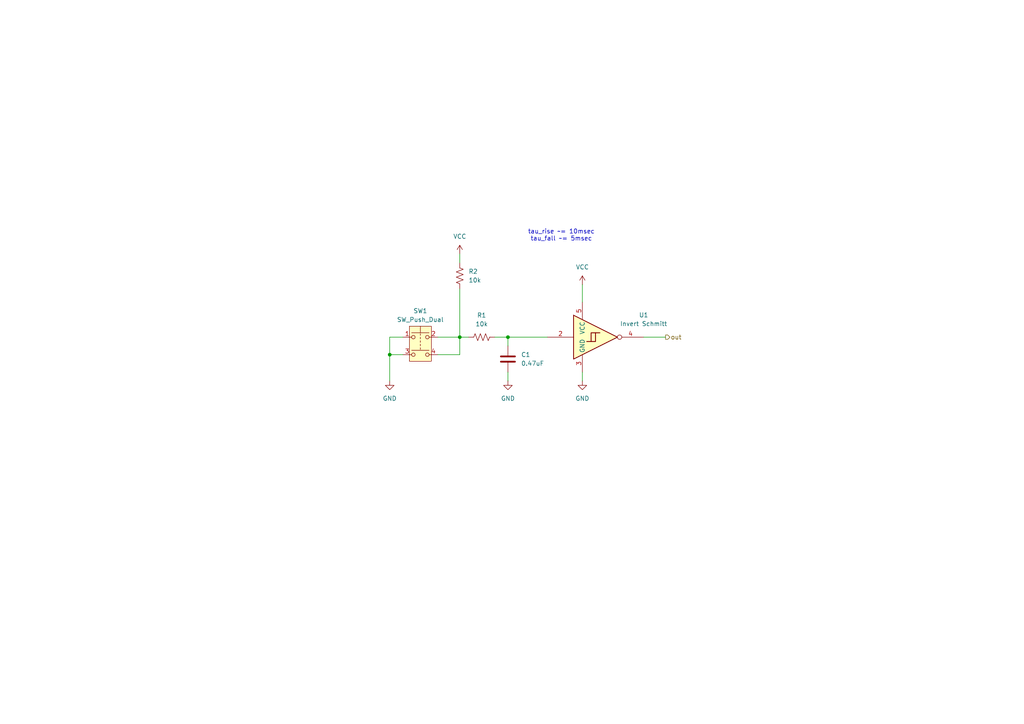
<source format=kicad_sch>
(kicad_sch (version 20250114) (generator "eeschema") (generator_version "9.0")
  (paper "A4")
  (title_block (title "Cotti Button Module") (date "2025-12-18") (rev "0.0"))
  (lib_symbols
    (symbol "74xGxx:74AHC1G14"
      (property "Reference" "U" (at 0 3.81 0))
      (property "Value" "74AHC1G14" (at 0 -3.81 0))
      (symbol "74AHC1G14_0_1"
        (polyline (pts (xy -7.62 6.35) (xy -7.62 -6.35) (xy 5.08 0) (xy -7.62 6.35)) (stroke (width 0.254)) (fill (type background)))
      )
      (symbol "74AHC1G14_1_1"
        (polyline (pts (xy -3.81 -1.27) (xy -1.27 -1.27) (xy -1.27 1.27)) (stroke (width 0.254)))
        (polyline (pts (xy -2.54 -1.27) (xy -2.54 1.27) (xy 0 1.27)) (stroke (width 0.254)))
        (pin input line (at -15.24 0 0) (length 7.62) (name "~") (number "2"))
        (pin no_connect line (at -7.62 5.08 180) (length 5.08) (hide yes) (name "NC") (number "1"))
        (pin power_in line (at -5.08 10.16 270) (length 5.08) (name "VCC") (number "5"))
        (pin power_in line (at -5.08 -10.16 90) (length 5.08) (name "GND") (number "3"))
        (pin output inverted (at 12.7 0 180) (length 7.62) (name "~") (number "4"))
      )
    )
    (symbol "Device:C" (pin_numbers (hide yes)) (pin_names (offset 0.254))
      (property "Reference" "C" (at 0.635 2.54 0))
      (property "Value" "C" (at 0.635 -2.54 0))
      (symbol "C_0_1"
        (polyline (pts (xy -2.032 0.762) (xy 2.032 0.762)) (stroke (width 0.508)))
        (polyline (pts (xy -2.032 -0.762) (xy 2.032 -0.762)) (stroke (width 0.508)))
      )
      (symbol "C_1_1"
        (pin passive line (at 0 3.81 270) (length 2.794) (name "~") (number "1"))
        (pin passive line (at 0 -3.81 90) (length 2.794) (name "~") (number "2"))
      )
    )
    (symbol "Device:R_US" (pin_numbers (hide yes)) (pin_names (offset 0))
      (property "Reference" "R" (at 2.54 0 90))
      (property "Value" "R_US" (at -2.54 0 90))
      (symbol "R_US_0_1"
        (polyline (pts (xy 0 2.286) (xy 0 2.54)))
        (polyline (pts (xy 0 2.286) (xy 1.016 1.905) (xy 0 1.524) (xy -1.016 1.143) (xy 0 0.762)))
        (polyline (pts (xy 0 0.762) (xy 1.016 0.381) (xy 0 0) (xy -1.016 -0.381) (xy 0 -0.762)))
        (polyline (pts (xy 0 -0.762) (xy 1.016 -1.143) (xy 0 -1.524) (xy -1.016 -1.905) (xy 0 -2.286)))
        (polyline (pts (xy 0 -2.286) (xy 0 -2.54)))
      )
      (symbol "R_US_1_1"
        (pin passive line (at 0 3.81 270) (length 1.27) (name "~") (number "1"))
        (pin passive line (at 0 -3.81 90) (length 1.27) (name "~") (number "2"))
      )
    )
    (symbol "Switch:SW_Push_Dual" (pin_names (offset 1.016) (hide yes))
      (property "Reference" "SW" (at 0 7.62 0))
      (property "Value" "SW_Push_Dual" (at 0 -6.35 0))
      (symbol "SW_Push_Dual_0_1"
        (circle (center -2.032 2.54) (radius 0.508))
        (circle (center -2.032 -2.54) (radius 0.508))
        (polyline (pts (xy 0 3.81) (xy 0 5.588)))
        (polyline (pts (xy 0 3.048) (xy 0 3.556)))
        (polyline (pts (xy 0 2.032) (xy 0 2.54)))
        (polyline (pts (xy 0 1.016) (xy 0 1.524)))
        (polyline (pts (xy 0 0.508) (xy 0 0)))
        (polyline (pts (xy 0 -0.508) (xy 0 -1.016)))
        (circle (center 2.032 2.54) (radius 0.508))
        (circle (center 2.032 -2.54) (radius 0.508))
        (polyline (pts (xy 2.54 3.81) (xy -2.54 3.81)))
        (polyline (pts (xy 2.54 -1.27) (xy -2.54 -1.27)))
        (pin passive line (at -5.08 2.54 0) (length 2.54) (name "1") (number "1"))
        (pin passive line (at -5.08 -2.54 0) (length 2.54) (name "3") (number "3"))
        (pin passive line (at 5.08 2.54 180) (length 2.54) (name "2") (number "2"))
        (pin passive line (at 5.08 -2.54 180) (length 2.54) (name "4") (number "4"))
      )
      (symbol "SW_Push_Dual_1_1"
        (rectangle (start -3.175 5.715) (end 3.175 -4.445) (fill (type background)))
      )
    )
    (symbol "power:GND" (power) (pin_numbers (hide yes)) (pin_names (offset 0) (hide yes))
      (property "Value" "GND" (at 0 -3.81 0))
      (symbol "GND_0_1"
        (polyline (pts (xy 0 0) (xy 0 -1.27) (xy 1.27 -1.27) (xy 0 -2.54) (xy -1.27 -1.27) (xy 0 -1.27)))
      )
      (symbol "GND_1_1"
        (pin power_in line (at 0 0 270) (length 0) (name "~") (number "1"))
      )
    )
    (symbol "power:VCC" (power) (pin_numbers (hide yes)) (pin_names (offset 0) (hide yes))
      (property "Value" "VCC" (at 0 3.556 0))
      (symbol "VCC_0_1"
        (polyline (pts (xy -0.762 1.27) (xy 0 2.54)))
        (polyline (pts (xy 0 2.54) (xy 0.762 1.27)))
        (polyline (pts (xy 0 0) (xy 0 2.54)))
      )
      (symbol "VCC_1_1"
        (pin power_in line (at 0 0 90) (length 0) (name "~") (number "1"))
      )
    )
  )
  (text "tau_rise ~= 10msec\ntau_fall ~= 5msec" (at 162.814 68.326 0) (effects (font (size 1.27 1.27))))
  (junction (at 133.35 97.79))
  (junction (at 147.32 97.79))
  (junction (at 113.03 102.87))
  (wire (pts (xy 147.32 107.95) (xy 147.32 110.49)))
  (wire (pts (xy 127 97.79) (xy 133.35 97.79)))
  (wire (pts (xy 186.69 97.79) (xy 193.04 97.79)))
  (wire (pts (xy 133.35 102.87) (xy 127 102.87)))
  (wire (pts (xy 143.51 97.79) (xy 147.32 97.79)))
  (wire (pts (xy 168.91 82.55) (xy 168.91 87.63)))
  (wire (pts (xy 147.32 100.33) (xy 147.32 97.79)))
  (wire (pts (xy 168.91 107.95) (xy 168.91 110.49)))
  (wire (pts (xy 147.32 97.79) (xy 158.75 97.79)))
  (wire (pts (xy 133.35 76.2) (xy 133.35 73.66)))
  (wire (pts (xy 133.35 97.79) (xy 133.35 102.87)))
  (wire (pts (xy 113.03 102.87) (xy 116.84 102.87)))
  (wire (pts (xy 113.03 102.87) (xy 113.03 110.49)))
  (wire (pts (xy 116.84 97.79) (xy 113.03 97.79)))
  (wire (pts (xy 113.03 97.79) (xy 113.03 102.87)))
  (wire (pts (xy 133.35 97.79) (xy 135.89 97.79)))
  (wire (pts (xy 133.35 83.82) (xy 133.35 97.79)))
  (hierarchical_label "out" (shape output) (at 193.04 97.79 0))
  (symbol (lib_id "74xGxx:74AHC1G14") (at 173.99 97.79 0) (unit 1)
    (property "Reference" "U1" (at 186.69 91.3698 0))
    (property "Value" "Invert Schmitt" (at 186.69 93.9098 0))
    (property "Footprint" "Package_TO_SOT_SMD:SC-74A-5_1.55x2.9mm_P0.95mm" (effects (hide yes)))
    (property "Datasheet" "https://www.onsemi.com/pdf/datasheet/mc74vhc1g14-d.pdf" (effects (hide yes)))
    (property "Description" "Inverter IC 1 Channel Schmitt Trigger SC-74A" (effects (hide yes)))
    (property "Digikey" "https://www.digikey.com/en/products/detail/onsemi/MC74VHC1GT14DBVT1G/10064713" (effects (hide yes)))
    (property "Digikey P/N" "488-MC74VHC1GT14DBVT1GCT-ND" (effects (hide yes)))
    (property "Mfr." "onsemi" (effects (hide yes)))
    (property "Mfr. P/N" "MC74VHC1GT14DBVT1G" (effects (hide yes)))
    (instances (project "cotti_buttons" (path "" (reference "U1") (unit 1)) (path "" (reference "U3") (unit 1)) (path "" (reference "U4") (unit 1)) (path "" (reference "U2") (unit 1))))
  )
  (symbol (lib_id "power:GND") (at 113.03 110.49 0) (unit 1)
    (property "Reference" "#PWR05" (effects (hide yes)))
    (property "Value" "GND" (at 113.03 115.57 0))
    (property "Description" "Power symbol creates a global label with name \"GND\" , ground" (effects (hide yes)))
    (instances (project "cotti_buttons" (path "" (reference "#PWR05") (unit 1)) (path "" (reference "#PWR013") (unit 1)) (path "" (reference "#PWR018") (unit 1)) (path "" (reference "#PWR08") (unit 1))))
  )
  (symbol (lib_id "power:GND") (at 147.32 110.49 0) (unit 1)
    (property "Reference" "#PWR04" (effects (hide yes)))
    (property "Value" "GND" (at 147.32 115.57 0))
    (property "Description" "Power symbol creates a global label with name \"GND\" , ground" (effects (hide yes)))
    (instances (project "" (path "" (reference "#PWR04") (unit 1)) (path "" (reference "#PWR015") (unit 1)) (path "" (reference "#PWR020") (unit 1)) (path "" (reference "#PWR010") (unit 1))))
  )
  (symbol (lib_id "Device:R_US") (at 133.35 80.01 0) (unit 1)
    (property "Reference" "R2" (at 135.89 78.7399 0) (effects (justify left)))
    (property "Value" "10k" (at 135.89 81.2799 0) (effects (justify left)))
    (property "Footprint" "Resistor_SMD:R_0805_2012Metric_Pad1.20x1.40mm_HandSolder" (effects (hide yes)))
    (property "Datasheet" "https://www.yageogroup.com/content/datasheet/asset/file/PYU-RC_GROUP_51_ROHS_L" (effects (hide yes)))
    (property "Description" "10 kOhms ±5% 0.125W, 1/8W Chip Resistor 0805 (2012 Metric) Moisture Resistant Thick Film" (effects (hide yes)))
    (property "Digikey" "https://www.digikey.com/en/products/detail/yageo/RC0805JR-1310KL/13694123" (effects (hide yes)))
    (property "Digikey P/N" "13-RC0805JR-1310KLCT-ND" (effects (hide yes)))
    (property "Mfr." "YAGEO" (effects (hide yes)))
    (property "Mfr. P/N" "RC0805JR-1310KL" (effects (hide yes)))
    (instances (project "cotti_buttons" (path "" (reference "R2") (unit 1)) (path "" (reference "R6") (unit 1)) (path "" (reference "R8") (unit 1)) (path "" (reference "R4") (unit 1))))
  )
  (symbol (lib_id "power:VCC") (at 133.35 73.66 0) (unit 1)
    (property "Reference" "#PWR03" (effects (hide yes)))
    (property "Value" "VCC" (at 133.35 68.58 0))
    (property "Description" "Power symbol creates a global label with name \"VCC\"" (effects (hide yes)))
    (instances (project "cotti_buttons" (path "" (reference "#PWR03") (unit 1)) (path "" (reference "#PWR014") (unit 1)) (path "" (reference "#PWR019") (unit 1)) (path "" (reference "#PWR09") (unit 1))))
  )
  (symbol (lib_id "power:VCC") (at 168.91 82.55 0) (unit 1)
    (property "Reference" "#PWR06" (effects (hide yes)))
    (property "Value" "VCC" (at 168.91 77.47 0))
    (property "Description" "Power symbol creates a global label with name \"VCC\"" (effects (hide yes)))
    (instances (project "" (path "" (reference "#PWR06") (unit 1)) (path "" (reference "#PWR016") (unit 1)) (path "" (reference "#PWR021") (unit 1)) (path "" (reference "#PWR011") (unit 1))))
  )
  (symbol (lib_id "Device:C") (at 147.32 104.14 0) (unit 1)
    (property "Reference" "C1" (at 151.13 102.8699 0) (effects (justify left)))
    (property "Value" "0.47uF" (at 151.13 105.4099 0) (effects (justify left)))
    (property "Footprint" "Capacitor_SMD:C_0805_2012Metric_Pad1.18x1.45mm_HandSolder" (effects (hide yes)))
    (property "Datasheet" "http://www.samsungsem.com/kr/support/product-search/mlcc/CL21B474KAFNNNG.jsp" (effects (hide yes)))
    (property "Description" "0.47 µF ±10% 25V Ceramic Capacitor X7R 0805 (2012 Metric)" (effects (hide yes)))
    (property "Digikey" "https://www.digikey.com/en/products/detail/samsung-electro-mechanics/CL21B474KAFNNNG/3894535" (effects (hide yes)))
    (property "Digikey P/N" "1276-6480-1-ND" (effects (hide yes)))
    (property "Mfr." "Samsung Electro-Mechanics" (effects (hide yes)))
    (property "Mfr. P/N" "CL21B474KAFNNNG" (effects (hide yes)))
    (instances (project "cotti_buttons" (path "" (reference "C1") (unit 1)) (path "" (reference "C3") (unit 1)) (path "" (reference "C4") (unit 1)) (path "" (reference "C2") (unit 1))))
  )
  (symbol (lib_id "Switch:SW_Push_Dual") (at 121.92 100.33 0) (unit 1)
    (property "Reference" "SW1" (at 121.92 90.17 0))
    (property "Value" "SW_Push_Dual" (at 121.92 92.71 0))
    (property "Footprint" "Button_Switch_THT:SW_PUSH_6mm_H5mm" (effects (hide yes)))
    (property "Datasheet" "https://www.cuidevices.com/product/resource/ts02.pdf" (effects (hide yes)))
    (property "Description" "Tactile Switch SPST-NO Top Actuated Through Hole" (effects (hide yes)))
    (property "Digikey" "https://www.digikey.com/en/products/detail/same-sky-formerly-cui-devices/TS02-66-60-BK-260-SCR-D/15634288" (effects (hide yes)))
    (property "Digikey P/N" "2223-TS02-66-60-BK-260-SCR-D-ND" (effects (hide yes)))
    (property "Mfr." "Same Sky (Formerly CUI Devices)" (effects (hide yes)))
    (property "Mfr. P/N" "TS02-66-60-BK-260-SCR-D" (effects (hide yes)))
    (instances (project "" (path "" (reference "SW1") (unit 1)) (path "" (reference "SW3") (unit 1)) (path "" (reference "SW4") (unit 1)) (path "" (reference "SW2") (unit 1))))
  )
  (symbol (lib_id "Device:R_US") (at 139.7 97.79 90) (unit 1)
    (property "Reference" "R1" (at 139.7 91.44 90))
    (property "Value" "10k" (at 139.7 93.98 90))
    (property "Footprint" "Resistor_SMD:R_0805_2012Metric_Pad1.20x1.40mm_HandSolder" (effects (hide yes)))
    (property "Datasheet" "https://www.yageogroup.com/content/datasheet/asset/file/PYU-RC_GROUP_51_ROHS_L" (effects (hide yes)))
    (property "Description" "10 kOhms ±5% 0.125W, 1/8W Chip Resistor 0805 (2012 Metric) Moisture Resistant Thick Film" (effects (hide yes)))
    (property "Digikey" "https://www.digikey.com/en/products/detail/yageo/RC0805JR-1310KL/13694123" (effects (hide yes)))
    (property "Digikey P/N" "13-RC0805JR-1310KLCT-ND" (effects (hide yes)))
    (property "Mfr." "YAGEO" (effects (hide yes)))
    (property "Mfr. P/N" "RC0805JR-1310KL" (effects (hide yes)))
    (instances (project "cotti_buttons" (path "" (reference "R1") (unit 1)) (path "" (reference "R5") (unit 1)) (path "" (reference "R7") (unit 1)) (path "" (reference "R3") (unit 1))))
  )
  (symbol (lib_id "power:GND") (at 168.91 110.49 0) (unit 1)
    (property "Reference" "#PWR07" (effects (hide yes)))
    (property "Value" "GND" (at 168.91 115.57 0))
    (property "Description" "Power symbol creates a global label with name \"GND\" , ground" (effects (hide yes)))
    (instances (project "" (path "" (reference "#PWR07") (unit 1)) (path "" (reference "#PWR017") (unit 1)) (path "" (reference "#PWR022") (unit 1)) (path "" (reference "#PWR012") (unit 1))))
  )
)
</source>
